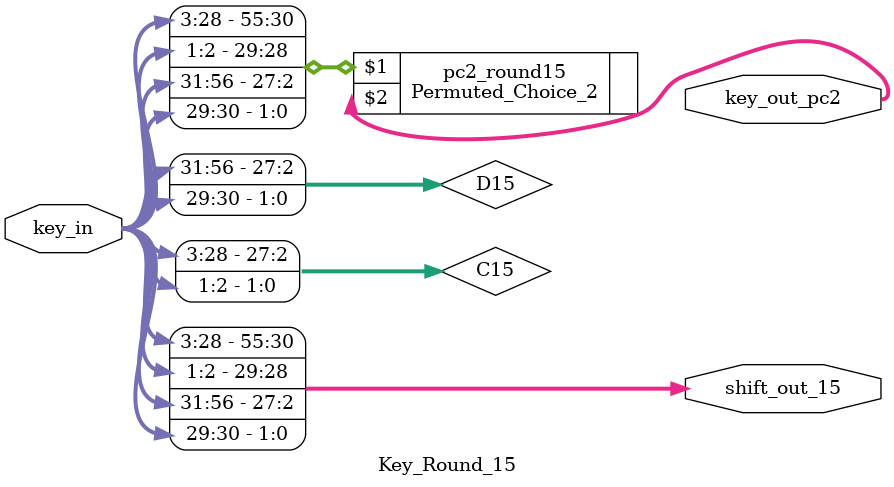
<source format=v>
`timescale 1ns / 1ps
module Key_Round_15(
    input [1:56] key_in,
    output [1:56] shift_out_15,
    output [1:48] key_out_pc2
    );

wire [1:28] C15,D15;
assign C15={key_in[3:28],key_in[1:2]};
assign D15={key_in[31:56],key_in[29:30]};
assign shift_out_15={C15,D15};

Permuted_Choice_2 pc2_round15(shift_out_15, key_out_pc2);
endmodule

</source>
